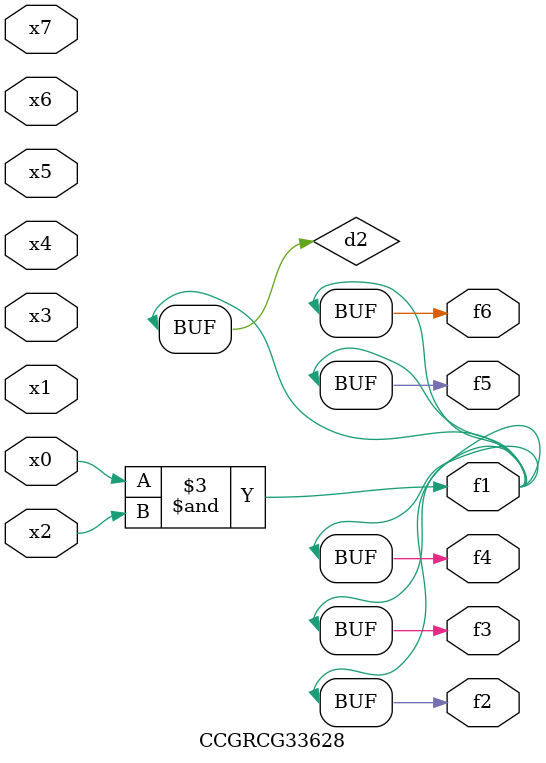
<source format=v>
module CCGRCG33628(
	input x0, x1, x2, x3, x4, x5, x6, x7,
	output f1, f2, f3, f4, f5, f6
);

	wire d1, d2;

	nor (d1, x3, x6);
	and (d2, x0, x2);
	assign f1 = d2;
	assign f2 = d2;
	assign f3 = d2;
	assign f4 = d2;
	assign f5 = d2;
	assign f6 = d2;
endmodule

</source>
